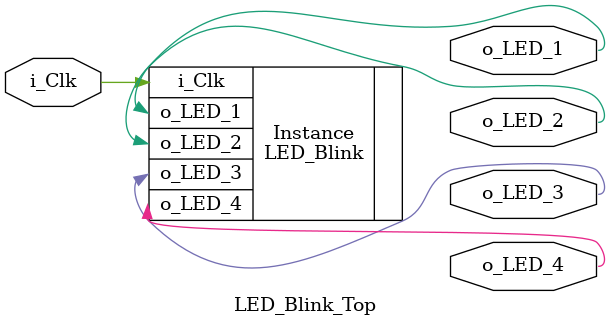
<source format=v>
module LED_Blink_Top
  (input i_Clk,
   output o_LED_1,
   output o_LED_2,
   output o_LED_3,
   output o_LED_4);
   
  LED_Blink Instance
    (.i_Clk(i_Clk),
     .o_LED_1(o_LED_1),
     .o_LED_2(o_LED_2),
     .o_LED_3(o_LED_3),
     .o_LED_4(o_LED_4));
endmodule
</source>
